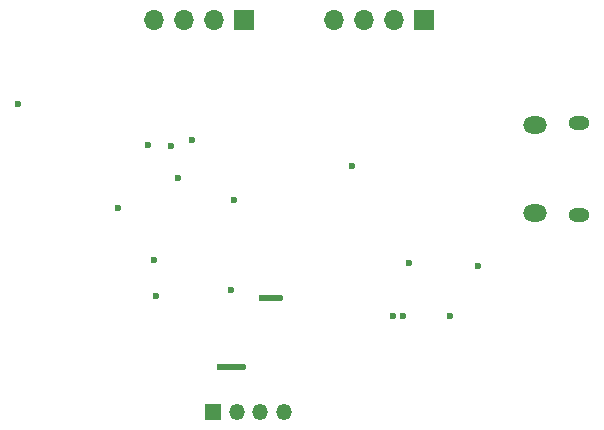
<source format=gbr>
%TF.GenerationSoftware,KiCad,Pcbnew,7.0.10*%
%TF.CreationDate,2024-01-07T18:15:16+00:00*%
%TF.ProjectId,green_storm,67726565-6e5f-4737-946f-726d2e6b6963,rev?*%
%TF.SameCoordinates,Original*%
%TF.FileFunction,Copper,L2,Bot*%
%TF.FilePolarity,Positive*%
%FSLAX46Y46*%
G04 Gerber Fmt 4.6, Leading zero omitted, Abs format (unit mm)*
G04 Created by KiCad (PCBNEW 7.0.10) date 2024-01-07 18:15:16*
%MOMM*%
%LPD*%
G01*
G04 APERTURE LIST*
%TA.AperFunction,ComponentPad*%
%ADD10R,1.700000X1.700000*%
%TD*%
%TA.AperFunction,ComponentPad*%
%ADD11O,1.700000X1.700000*%
%TD*%
%TA.AperFunction,ComponentPad*%
%ADD12R,1.350000X1.350000*%
%TD*%
%TA.AperFunction,ComponentPad*%
%ADD13O,1.350000X1.350000*%
%TD*%
%TA.AperFunction,ComponentPad*%
%ADD14O,1.800000X1.150000*%
%TD*%
%TA.AperFunction,ComponentPad*%
%ADD15O,2.000000X1.450000*%
%TD*%
%TA.AperFunction,ViaPad*%
%ADD16C,0.600000*%
%TD*%
%TA.AperFunction,Conductor*%
%ADD17C,0.500000*%
%TD*%
G04 APERTURE END LIST*
D10*
%TO.P,J3,1,Pin_1*%
%TO.N,+3.3V*%
X65522000Y-77216000D03*
D11*
%TO.P,J3,2,Pin_2*%
%TO.N,Net-(J3-Pin_2)*%
X62982000Y-77216000D03*
%TO.P,J3,3,Pin_3*%
%TO.N,Net-(J3-Pin_3)*%
X60442000Y-77216000D03*
%TO.P,J3,4,Pin_4*%
%TO.N,GND*%
X57902000Y-77216000D03*
%TD*%
D12*
%TO.P,J4,1,Pin_1*%
%TO.N,+3.3V*%
X62865000Y-110363000D03*
D13*
%TO.P,J4,2,Pin_2*%
%TO.N,Net-(J4-Pin_2)*%
X64865000Y-110363000D03*
%TO.P,J4,3,Pin_3*%
%TO.N,Net-(J4-Pin_3)*%
X66865000Y-110363000D03*
%TO.P,J4,4,Pin_4*%
%TO.N,GND*%
X68865000Y-110363000D03*
%TD*%
D14*
%TO.P,J1,6,Shield*%
%TO.N,unconnected-(J1-Shield-Pad6)*%
X93893000Y-93694000D03*
D15*
X90093000Y-93544000D03*
X90093000Y-86094000D03*
D14*
X93893000Y-85944000D03*
%TD*%
D10*
%TO.P,J2,1,Pin_1*%
%TO.N,+3.3V*%
X80772000Y-77216000D03*
D11*
%TO.P,J2,2,Pin_2*%
%TO.N,Net-(J2-Pin_2)*%
X78232000Y-77216000D03*
%TO.P,J2,3,Pin_3*%
%TO.N,Net-(J2-Pin_3)*%
X75692000Y-77216000D03*
%TO.P,J2,4,Pin_4*%
%TO.N,GND*%
X73152000Y-77216000D03*
%TD*%
D16*
%TO.N,GND*%
X59944000Y-90566000D03*
X59309000Y-87884000D03*
X46355000Y-84328000D03*
X79502000Y-97790000D03*
X64389000Y-100076000D03*
X61087000Y-87376000D03*
X78105000Y-102235000D03*
X74676000Y-89535000D03*
X57404000Y-87757000D03*
X85344000Y-98044000D03*
X54864000Y-93091000D03*
X54864000Y-93091000D03*
X58039000Y-100584000D03*
X64643000Y-92456000D03*
X57912000Y-97536000D03*
X82931000Y-102235000D03*
X78994000Y-102235000D03*
%TO.N,+3.3V*%
X65407000Y-106551000D03*
X63500000Y-106553000D03*
X68580000Y-100711000D03*
X67056000Y-100711000D03*
%TD*%
D17*
%TO.N,+3.3V*%
X65405000Y-106553000D02*
X65407000Y-106551000D01*
X63500000Y-106553000D02*
X65405000Y-106553000D01*
X68580000Y-100711000D02*
X67056000Y-100711000D01*
%TD*%
M02*

</source>
